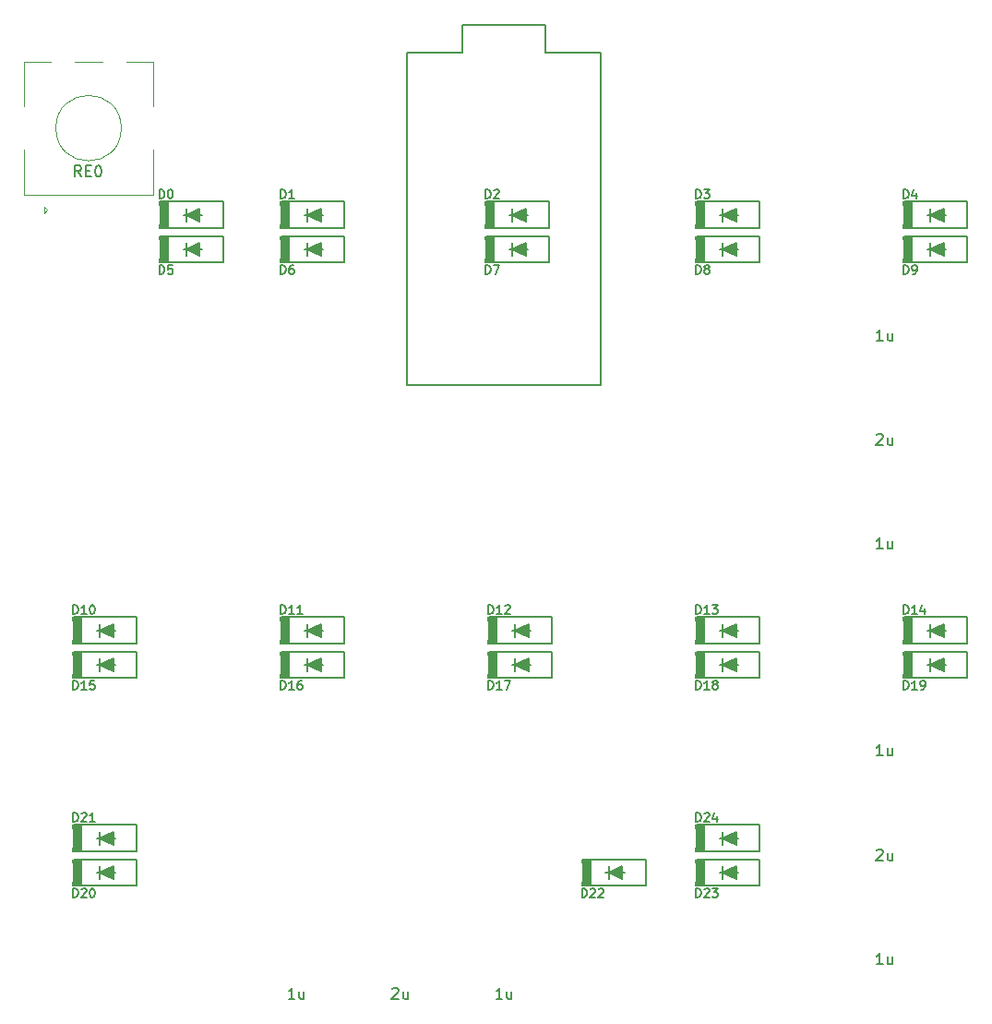
<source format=gto>
G04 #@! TF.GenerationSoftware,KiCad,Pcbnew,(5.1.4)-1*
G04 #@! TF.CreationDate,2021-11-11T00:11:54+01:00*
G04 #@! TF.ProjectId,mini-ten-key-plus,6d696e69-2d74-4656-9e2d-6b65792d706c,rev?*
G04 #@! TF.SameCoordinates,Original*
G04 #@! TF.FileFunction,Legend,Top*
G04 #@! TF.FilePolarity,Positive*
%FSLAX46Y46*%
G04 Gerber Fmt 4.6, Leading zero omitted, Abs format (unit mm)*
G04 Created by KiCad (PCBNEW (5.1.4)-1) date 2021-11-11 00:11:54*
%MOMM*%
%LPD*%
G04 APERTURE LIST*
%ADD10C,0.150000*%
%ADD11C,0.120000*%
%ADD12C,0.100000*%
%ADD13C,0.200000*%
%ADD14C,2.352000*%
%ADD15C,4.089800*%
%ADD16C,1.852000*%
%ADD17R,2.102000X2.102000*%
%ADD18C,2.102000*%
%ADD19C,3.302000*%
%ADD20C,1.702000*%
%ADD21R,1.702000X1.702000*%
%ADD22R,1.302000X1.302000*%
%ADD23C,4.502000*%
%ADD24C,3.150000*%
G04 APERTURE END LIST*
D10*
X270502083Y-117133630D02*
X269930654Y-117133630D01*
X270216369Y-117133630D02*
X270216369Y-116133630D01*
X270121130Y-116276488D01*
X270025892Y-116371726D01*
X269930654Y-116419345D01*
X271359226Y-116466964D02*
X271359226Y-117133630D01*
X270930654Y-116466964D02*
X270930654Y-116990773D01*
X270978273Y-117086011D01*
X271073511Y-117133630D01*
X271216369Y-117133630D01*
X271311607Y-117086011D01*
X271359226Y-117038392D01*
X269930654Y-106703869D02*
X269978273Y-106656250D01*
X270073511Y-106608630D01*
X270311607Y-106608630D01*
X270406845Y-106656250D01*
X270454464Y-106703869D01*
X270502083Y-106799107D01*
X270502083Y-106894345D01*
X270454464Y-107037202D01*
X269883035Y-107608630D01*
X270502083Y-107608630D01*
X271359226Y-106941964D02*
X271359226Y-107608630D01*
X270930654Y-106941964D02*
X270930654Y-107465773D01*
X270978273Y-107561011D01*
X271073511Y-107608630D01*
X271216369Y-107608630D01*
X271311607Y-107561011D01*
X271359226Y-107513392D01*
X270502083Y-98051880D02*
X269930654Y-98051880D01*
X270216369Y-98051880D02*
X270216369Y-97051880D01*
X270121130Y-97194738D01*
X270025892Y-97289976D01*
X269930654Y-97337595D01*
X271359226Y-97385214D02*
X271359226Y-98051880D01*
X270930654Y-97385214D02*
X270930654Y-97909023D01*
X270978273Y-98004261D01*
X271073511Y-98051880D01*
X271216369Y-98051880D01*
X271311607Y-98004261D01*
X271359226Y-97956642D01*
X270502083Y-136088380D02*
X269930654Y-136088380D01*
X270216369Y-136088380D02*
X270216369Y-135088380D01*
X270121130Y-135231238D01*
X270025892Y-135326476D01*
X269930654Y-135374095D01*
X271359226Y-135421714D02*
X271359226Y-136088380D01*
X270930654Y-135421714D02*
X270930654Y-135945523D01*
X270978273Y-136040761D01*
X271073511Y-136088380D01*
X271216369Y-136088380D01*
X271311607Y-136040761D01*
X271359226Y-135993142D01*
X269930654Y-144803869D02*
X269978273Y-144756250D01*
X270073511Y-144708630D01*
X270311607Y-144708630D01*
X270406845Y-144756250D01*
X270454464Y-144803869D01*
X270502083Y-144899107D01*
X270502083Y-144994345D01*
X270454464Y-145137202D01*
X269883035Y-145708630D01*
X270502083Y-145708630D01*
X271359226Y-145041964D02*
X271359226Y-145708630D01*
X270930654Y-145041964D02*
X270930654Y-145565773D01*
X270978273Y-145661011D01*
X271073511Y-145708630D01*
X271216369Y-145708630D01*
X271311607Y-145661011D01*
X271359226Y-145613392D01*
X270502083Y-155233630D02*
X269930654Y-155233630D01*
X270216369Y-155233630D02*
X270216369Y-154233630D01*
X270121130Y-154376488D01*
X270025892Y-154471726D01*
X269930654Y-154519345D01*
X271359226Y-154566964D02*
X271359226Y-155233630D01*
X270930654Y-154566964D02*
X270930654Y-155090773D01*
X270978273Y-155186011D01*
X271073511Y-155233630D01*
X271216369Y-155233630D01*
X271311607Y-155186011D01*
X271359226Y-155138392D01*
X225480654Y-157503869D02*
X225528273Y-157456250D01*
X225623511Y-157408630D01*
X225861607Y-157408630D01*
X225956845Y-157456250D01*
X226004464Y-157503869D01*
X226052083Y-157599107D01*
X226052083Y-157694345D01*
X226004464Y-157837202D01*
X225433035Y-158408630D01*
X226052083Y-158408630D01*
X226909226Y-157741964D02*
X226909226Y-158408630D01*
X226480654Y-157741964D02*
X226480654Y-158265773D01*
X226528273Y-158361011D01*
X226623511Y-158408630D01*
X226766369Y-158408630D01*
X226861607Y-158361011D01*
X226909226Y-158313392D01*
X235577083Y-158408630D02*
X235005654Y-158408630D01*
X235291369Y-158408630D02*
X235291369Y-157408630D01*
X235196130Y-157551488D01*
X235100892Y-157646726D01*
X235005654Y-157694345D01*
X236434226Y-157741964D02*
X236434226Y-158408630D01*
X236005654Y-157741964D02*
X236005654Y-158265773D01*
X236053273Y-158361011D01*
X236148511Y-158408630D01*
X236291369Y-158408630D01*
X236386607Y-158361011D01*
X236434226Y-158313392D01*
X216527083Y-158408630D02*
X215955654Y-158408630D01*
X216241369Y-158408630D02*
X216241369Y-157408630D01*
X216146130Y-157551488D01*
X216050892Y-157646726D01*
X215955654Y-157694345D01*
X217384226Y-157741964D02*
X217384226Y-158408630D01*
X216955654Y-157741964D02*
X216955654Y-158265773D01*
X217003273Y-158361011D01*
X217098511Y-158408630D01*
X217241369Y-158408630D01*
X217336607Y-158361011D01*
X217384226Y-158313392D01*
D11*
X200624000Y-78577200D02*
G75*
G03X200624000Y-78577200I-3000000J0D01*
G01*
X191724000Y-76577200D02*
X191724000Y-72477200D01*
X203524000Y-72477200D02*
X203524000Y-76577200D01*
X203524000Y-80577200D02*
X203524000Y-84677200D01*
X191724000Y-80577200D02*
X191724000Y-84677200D01*
X191724000Y-84677200D02*
X203524000Y-84677200D01*
X193824000Y-86077200D02*
X193524000Y-86377200D01*
X193524000Y-86377200D02*
X193524000Y-85777200D01*
X193524000Y-85777200D02*
X193824000Y-86077200D01*
X191724000Y-72477200D02*
X194124000Y-72477200D01*
X196324000Y-72477200D02*
X198924000Y-72477200D01*
X201124000Y-72477200D02*
X203524000Y-72477200D01*
D12*
G36*
X199881250Y-146243750D02*
G01*
X198631250Y-146843750D01*
X199881250Y-147443750D01*
X199881250Y-146243750D01*
G37*
X199881250Y-146243750D02*
X198631250Y-146843750D01*
X199881250Y-147443750D01*
X199881250Y-146243750D01*
D13*
X199891650Y-146843750D02*
X200094850Y-146843750D01*
X198367650Y-146843750D02*
X198647050Y-146843750D01*
X198631250Y-147443750D02*
X198631250Y-146243750D01*
X198631250Y-146843750D02*
X199881250Y-146243750D01*
X199881250Y-147443750D02*
X198631250Y-146843750D01*
X199881250Y-146243750D02*
X199881250Y-147443750D01*
X202031250Y-148043750D02*
X196231250Y-148043750D01*
X202031250Y-145643750D02*
X202031250Y-148043750D01*
X196231250Y-145643750D02*
X202031250Y-145643750D01*
X196306250Y-145643750D02*
X196306250Y-148043750D01*
X196431250Y-145643750D02*
X196431250Y-148043750D01*
X196206250Y-148043750D02*
X196206250Y-145643750D01*
X196606250Y-145643750D02*
X196606250Y-148043750D01*
X196781250Y-145643750D02*
X196781250Y-148043750D01*
X196956250Y-145643750D02*
X196956250Y-148043750D01*
D12*
G36*
X246585500Y-146243750D02*
G01*
X245335500Y-146843750D01*
X246585500Y-147443750D01*
X246585500Y-146243750D01*
G37*
X246585500Y-146243750D02*
X245335500Y-146843750D01*
X246585500Y-147443750D01*
X246585500Y-146243750D01*
D13*
X246595900Y-146843750D02*
X246799100Y-146843750D01*
X245071900Y-146843750D02*
X245351300Y-146843750D01*
X245335500Y-147443750D02*
X245335500Y-146243750D01*
X245335500Y-146843750D02*
X246585500Y-146243750D01*
X246585500Y-147443750D02*
X245335500Y-146843750D01*
X246585500Y-146243750D02*
X246585500Y-147443750D01*
X248735500Y-148043750D02*
X242935500Y-148043750D01*
X248735500Y-145643750D02*
X248735500Y-148043750D01*
X242935500Y-145643750D02*
X248735500Y-145643750D01*
X243010500Y-145643750D02*
X243010500Y-148043750D01*
X243135500Y-145643750D02*
X243135500Y-148043750D01*
X242910500Y-148043750D02*
X242910500Y-145643750D01*
X243310500Y-145643750D02*
X243310500Y-148043750D01*
X243485500Y-145643750D02*
X243485500Y-148043750D01*
X243660500Y-145643750D02*
X243660500Y-148043750D01*
D12*
G36*
X257031250Y-146243750D02*
G01*
X255781250Y-146843750D01*
X257031250Y-147443750D01*
X257031250Y-146243750D01*
G37*
X257031250Y-146243750D02*
X255781250Y-146843750D01*
X257031250Y-147443750D01*
X257031250Y-146243750D01*
D13*
X257041650Y-146843750D02*
X257244850Y-146843750D01*
X255517650Y-146843750D02*
X255797050Y-146843750D01*
X255781250Y-147443750D02*
X255781250Y-146243750D01*
X255781250Y-146843750D02*
X257031250Y-146243750D01*
X257031250Y-147443750D02*
X255781250Y-146843750D01*
X257031250Y-146243750D02*
X257031250Y-147443750D01*
X259181250Y-148043750D02*
X253381250Y-148043750D01*
X259181250Y-145643750D02*
X259181250Y-148043750D01*
X253381250Y-145643750D02*
X259181250Y-145643750D01*
X253456250Y-145643750D02*
X253456250Y-148043750D01*
X253581250Y-145643750D02*
X253581250Y-148043750D01*
X253356250Y-148043750D02*
X253356250Y-145643750D01*
X253756250Y-145643750D02*
X253756250Y-148043750D01*
X253931250Y-145643750D02*
X253931250Y-148043750D01*
X254106250Y-145643750D02*
X254106250Y-148043750D01*
D12*
G36*
X199881250Y-143068750D02*
G01*
X198631250Y-143668750D01*
X199881250Y-144268750D01*
X199881250Y-143068750D01*
G37*
X199881250Y-143068750D02*
X198631250Y-143668750D01*
X199881250Y-144268750D01*
X199881250Y-143068750D01*
D13*
X199891650Y-143668750D02*
X200094850Y-143668750D01*
X198367650Y-143668750D02*
X198647050Y-143668750D01*
X198631250Y-144268750D02*
X198631250Y-143068750D01*
X198631250Y-143668750D02*
X199881250Y-143068750D01*
X199881250Y-144268750D02*
X198631250Y-143668750D01*
X199881250Y-143068750D02*
X199881250Y-144268750D01*
X202031250Y-144868750D02*
X196231250Y-144868750D01*
X202031250Y-142468750D02*
X202031250Y-144868750D01*
X196231250Y-142468750D02*
X202031250Y-142468750D01*
X196306250Y-142468750D02*
X196306250Y-144868750D01*
X196431250Y-142468750D02*
X196431250Y-144868750D01*
X196206250Y-144868750D02*
X196206250Y-142468750D01*
X196606250Y-142468750D02*
X196606250Y-144868750D01*
X196781250Y-142468750D02*
X196781250Y-144868750D01*
X196956250Y-142468750D02*
X196956250Y-144868750D01*
D12*
G36*
X276081250Y-127193750D02*
G01*
X274831250Y-127793750D01*
X276081250Y-128393750D01*
X276081250Y-127193750D01*
G37*
X276081250Y-127193750D02*
X274831250Y-127793750D01*
X276081250Y-128393750D01*
X276081250Y-127193750D01*
D13*
X276091650Y-127793750D02*
X276294850Y-127793750D01*
X274567650Y-127793750D02*
X274847050Y-127793750D01*
X274831250Y-128393750D02*
X274831250Y-127193750D01*
X274831250Y-127793750D02*
X276081250Y-127193750D01*
X276081250Y-128393750D02*
X274831250Y-127793750D01*
X276081250Y-127193750D02*
X276081250Y-128393750D01*
X278231250Y-128993750D02*
X272431250Y-128993750D01*
X278231250Y-126593750D02*
X278231250Y-128993750D01*
X272431250Y-126593750D02*
X278231250Y-126593750D01*
X272506250Y-126593750D02*
X272506250Y-128993750D01*
X272631250Y-126593750D02*
X272631250Y-128993750D01*
X272406250Y-128993750D02*
X272406250Y-126593750D01*
X272806250Y-126593750D02*
X272806250Y-128993750D01*
X272981250Y-126593750D02*
X272981250Y-128993750D01*
X273156250Y-126593750D02*
X273156250Y-128993750D01*
D12*
G36*
X257031250Y-127193750D02*
G01*
X255781250Y-127793750D01*
X257031250Y-128393750D01*
X257031250Y-127193750D01*
G37*
X257031250Y-127193750D02*
X255781250Y-127793750D01*
X257031250Y-128393750D01*
X257031250Y-127193750D01*
D13*
X257041650Y-127793750D02*
X257244850Y-127793750D01*
X255517650Y-127793750D02*
X255797050Y-127793750D01*
X255781250Y-128393750D02*
X255781250Y-127193750D01*
X255781250Y-127793750D02*
X257031250Y-127193750D01*
X257031250Y-128393750D02*
X255781250Y-127793750D01*
X257031250Y-127193750D02*
X257031250Y-128393750D01*
X259181250Y-128993750D02*
X253381250Y-128993750D01*
X259181250Y-126593750D02*
X259181250Y-128993750D01*
X253381250Y-126593750D02*
X259181250Y-126593750D01*
X253456250Y-126593750D02*
X253456250Y-128993750D01*
X253581250Y-126593750D02*
X253581250Y-128993750D01*
X253356250Y-128993750D02*
X253356250Y-126593750D01*
X253756250Y-126593750D02*
X253756250Y-128993750D01*
X253931250Y-126593750D02*
X253931250Y-128993750D01*
X254106250Y-126593750D02*
X254106250Y-128993750D01*
D12*
G36*
X237981250Y-127193750D02*
G01*
X236731250Y-127793750D01*
X237981250Y-128393750D01*
X237981250Y-127193750D01*
G37*
X237981250Y-127193750D02*
X236731250Y-127793750D01*
X237981250Y-128393750D01*
X237981250Y-127193750D01*
D13*
X237991650Y-127793750D02*
X238194850Y-127793750D01*
X236467650Y-127793750D02*
X236747050Y-127793750D01*
X236731250Y-128393750D02*
X236731250Y-127193750D01*
X236731250Y-127793750D02*
X237981250Y-127193750D01*
X237981250Y-128393750D02*
X236731250Y-127793750D01*
X237981250Y-127193750D02*
X237981250Y-128393750D01*
X240131250Y-128993750D02*
X234331250Y-128993750D01*
X240131250Y-126593750D02*
X240131250Y-128993750D01*
X234331250Y-126593750D02*
X240131250Y-126593750D01*
X234406250Y-126593750D02*
X234406250Y-128993750D01*
X234531250Y-126593750D02*
X234531250Y-128993750D01*
X234306250Y-128993750D02*
X234306250Y-126593750D01*
X234706250Y-126593750D02*
X234706250Y-128993750D01*
X234881250Y-126593750D02*
X234881250Y-128993750D01*
X235056250Y-126593750D02*
X235056250Y-128993750D01*
D12*
G36*
X218931250Y-127193750D02*
G01*
X217681250Y-127793750D01*
X218931250Y-128393750D01*
X218931250Y-127193750D01*
G37*
X218931250Y-127193750D02*
X217681250Y-127793750D01*
X218931250Y-128393750D01*
X218931250Y-127193750D01*
D13*
X218941650Y-127793750D02*
X219144850Y-127793750D01*
X217417650Y-127793750D02*
X217697050Y-127793750D01*
X217681250Y-128393750D02*
X217681250Y-127193750D01*
X217681250Y-127793750D02*
X218931250Y-127193750D01*
X218931250Y-128393750D02*
X217681250Y-127793750D01*
X218931250Y-127193750D02*
X218931250Y-128393750D01*
X221081250Y-128993750D02*
X215281250Y-128993750D01*
X221081250Y-126593750D02*
X221081250Y-128993750D01*
X215281250Y-126593750D02*
X221081250Y-126593750D01*
X215356250Y-126593750D02*
X215356250Y-128993750D01*
X215481250Y-126593750D02*
X215481250Y-128993750D01*
X215256250Y-128993750D02*
X215256250Y-126593750D01*
X215656250Y-126593750D02*
X215656250Y-128993750D01*
X215831250Y-126593750D02*
X215831250Y-128993750D01*
X216006250Y-126593750D02*
X216006250Y-128993750D01*
D12*
G36*
X199881250Y-127193750D02*
G01*
X198631250Y-127793750D01*
X199881250Y-128393750D01*
X199881250Y-127193750D01*
G37*
X199881250Y-127193750D02*
X198631250Y-127793750D01*
X199881250Y-128393750D01*
X199881250Y-127193750D01*
D13*
X199891650Y-127793750D02*
X200094850Y-127793750D01*
X198367650Y-127793750D02*
X198647050Y-127793750D01*
X198631250Y-128393750D02*
X198631250Y-127193750D01*
X198631250Y-127793750D02*
X199881250Y-127193750D01*
X199881250Y-128393750D02*
X198631250Y-127793750D01*
X199881250Y-127193750D02*
X199881250Y-128393750D01*
X202031250Y-128993750D02*
X196231250Y-128993750D01*
X202031250Y-126593750D02*
X202031250Y-128993750D01*
X196231250Y-126593750D02*
X202031250Y-126593750D01*
X196306250Y-126593750D02*
X196306250Y-128993750D01*
X196431250Y-126593750D02*
X196431250Y-128993750D01*
X196206250Y-128993750D02*
X196206250Y-126593750D01*
X196606250Y-126593750D02*
X196606250Y-128993750D01*
X196781250Y-126593750D02*
X196781250Y-128993750D01*
X196956250Y-126593750D02*
X196956250Y-128993750D01*
D12*
G36*
X207818750Y-89093750D02*
G01*
X206568750Y-89693750D01*
X207818750Y-90293750D01*
X207818750Y-89093750D01*
G37*
X207818750Y-89093750D02*
X206568750Y-89693750D01*
X207818750Y-90293750D01*
X207818750Y-89093750D01*
D13*
X207829150Y-89693750D02*
X208032350Y-89693750D01*
X206305150Y-89693750D02*
X206584550Y-89693750D01*
X206568750Y-90293750D02*
X206568750Y-89093750D01*
X206568750Y-89693750D02*
X207818750Y-89093750D01*
X207818750Y-90293750D02*
X206568750Y-89693750D01*
X207818750Y-89093750D02*
X207818750Y-90293750D01*
X209968750Y-90893750D02*
X204168750Y-90893750D01*
X209968750Y-88493750D02*
X209968750Y-90893750D01*
X204168750Y-88493750D02*
X209968750Y-88493750D01*
X204243750Y-88493750D02*
X204243750Y-90893750D01*
X204368750Y-88493750D02*
X204368750Y-90893750D01*
X204143750Y-90893750D02*
X204143750Y-88493750D01*
X204543750Y-88493750D02*
X204543750Y-90893750D01*
X204718750Y-88493750D02*
X204718750Y-90893750D01*
X204893750Y-88493750D02*
X204893750Y-90893750D01*
D12*
G36*
X218931250Y-89093750D02*
G01*
X217681250Y-89693750D01*
X218931250Y-90293750D01*
X218931250Y-89093750D01*
G37*
X218931250Y-89093750D02*
X217681250Y-89693750D01*
X218931250Y-90293750D01*
X218931250Y-89093750D01*
D13*
X218941650Y-89693750D02*
X219144850Y-89693750D01*
X217417650Y-89693750D02*
X217697050Y-89693750D01*
X217681250Y-90293750D02*
X217681250Y-89093750D01*
X217681250Y-89693750D02*
X218931250Y-89093750D01*
X218931250Y-90293750D02*
X217681250Y-89693750D01*
X218931250Y-89093750D02*
X218931250Y-90293750D01*
X221081250Y-90893750D02*
X215281250Y-90893750D01*
X221081250Y-88493750D02*
X221081250Y-90893750D01*
X215281250Y-88493750D02*
X221081250Y-88493750D01*
X215356250Y-88493750D02*
X215356250Y-90893750D01*
X215481250Y-88493750D02*
X215481250Y-90893750D01*
X215256250Y-90893750D02*
X215256250Y-88493750D01*
X215656250Y-88493750D02*
X215656250Y-90893750D01*
X215831250Y-88493750D02*
X215831250Y-90893750D01*
X216006250Y-88493750D02*
X216006250Y-90893750D01*
D12*
G36*
X237727250Y-89093750D02*
G01*
X236477250Y-89693750D01*
X237727250Y-90293750D01*
X237727250Y-89093750D01*
G37*
X237727250Y-89093750D02*
X236477250Y-89693750D01*
X237727250Y-90293750D01*
X237727250Y-89093750D01*
D13*
X237737650Y-89693750D02*
X237940850Y-89693750D01*
X236213650Y-89693750D02*
X236493050Y-89693750D01*
X236477250Y-90293750D02*
X236477250Y-89093750D01*
X236477250Y-89693750D02*
X237727250Y-89093750D01*
X237727250Y-90293750D02*
X236477250Y-89693750D01*
X237727250Y-89093750D02*
X237727250Y-90293750D01*
X239877250Y-90893750D02*
X234077250Y-90893750D01*
X239877250Y-88493750D02*
X239877250Y-90893750D01*
X234077250Y-88493750D02*
X239877250Y-88493750D01*
X234152250Y-88493750D02*
X234152250Y-90893750D01*
X234277250Y-88493750D02*
X234277250Y-90893750D01*
X234052250Y-90893750D02*
X234052250Y-88493750D01*
X234452250Y-88493750D02*
X234452250Y-90893750D01*
X234627250Y-88493750D02*
X234627250Y-90893750D01*
X234802250Y-88493750D02*
X234802250Y-90893750D01*
D12*
G36*
X257031250Y-89093750D02*
G01*
X255781250Y-89693750D01*
X257031250Y-90293750D01*
X257031250Y-89093750D01*
G37*
X257031250Y-89093750D02*
X255781250Y-89693750D01*
X257031250Y-90293750D01*
X257031250Y-89093750D01*
D13*
X257041650Y-89693750D02*
X257244850Y-89693750D01*
X255517650Y-89693750D02*
X255797050Y-89693750D01*
X255781250Y-90293750D02*
X255781250Y-89093750D01*
X255781250Y-89693750D02*
X257031250Y-89093750D01*
X257031250Y-90293750D02*
X255781250Y-89693750D01*
X257031250Y-89093750D02*
X257031250Y-90293750D01*
X259181250Y-90893750D02*
X253381250Y-90893750D01*
X259181250Y-88493750D02*
X259181250Y-90893750D01*
X253381250Y-88493750D02*
X259181250Y-88493750D01*
X253456250Y-88493750D02*
X253456250Y-90893750D01*
X253581250Y-88493750D02*
X253581250Y-90893750D01*
X253356250Y-90893750D02*
X253356250Y-88493750D01*
X253756250Y-88493750D02*
X253756250Y-90893750D01*
X253931250Y-88493750D02*
X253931250Y-90893750D01*
X254106250Y-88493750D02*
X254106250Y-90893750D01*
D12*
G36*
X276081250Y-89093750D02*
G01*
X274831250Y-89693750D01*
X276081250Y-90293750D01*
X276081250Y-89093750D01*
G37*
X276081250Y-89093750D02*
X274831250Y-89693750D01*
X276081250Y-90293750D01*
X276081250Y-89093750D01*
D13*
X276091650Y-89693750D02*
X276294850Y-89693750D01*
X274567650Y-89693750D02*
X274847050Y-89693750D01*
X274831250Y-90293750D02*
X274831250Y-89093750D01*
X274831250Y-89693750D02*
X276081250Y-89093750D01*
X276081250Y-90293750D02*
X274831250Y-89693750D01*
X276081250Y-89093750D02*
X276081250Y-90293750D01*
X278231250Y-90893750D02*
X272431250Y-90893750D01*
X278231250Y-88493750D02*
X278231250Y-90893750D01*
X272431250Y-88493750D02*
X278231250Y-88493750D01*
X272506250Y-88493750D02*
X272506250Y-90893750D01*
X272631250Y-88493750D02*
X272631250Y-90893750D01*
X272406250Y-90893750D02*
X272406250Y-88493750D01*
X272806250Y-88493750D02*
X272806250Y-90893750D01*
X272981250Y-88493750D02*
X272981250Y-90893750D01*
X273156250Y-88493750D02*
X273156250Y-90893750D01*
D12*
G36*
X218931250Y-85918750D02*
G01*
X217681250Y-86518750D01*
X218931250Y-87118750D01*
X218931250Y-85918750D01*
G37*
X218931250Y-85918750D02*
X217681250Y-86518750D01*
X218931250Y-87118750D01*
X218931250Y-85918750D01*
D13*
X218941650Y-86518750D02*
X219144850Y-86518750D01*
X217417650Y-86518750D02*
X217697050Y-86518750D01*
X217681250Y-87118750D02*
X217681250Y-85918750D01*
X217681250Y-86518750D02*
X218931250Y-85918750D01*
X218931250Y-87118750D02*
X217681250Y-86518750D01*
X218931250Y-85918750D02*
X218931250Y-87118750D01*
X221081250Y-87718750D02*
X215281250Y-87718750D01*
X221081250Y-85318750D02*
X221081250Y-87718750D01*
X215281250Y-85318750D02*
X221081250Y-85318750D01*
X215356250Y-85318750D02*
X215356250Y-87718750D01*
X215481250Y-85318750D02*
X215481250Y-87718750D01*
X215256250Y-87718750D02*
X215256250Y-85318750D01*
X215656250Y-85318750D02*
X215656250Y-87718750D01*
X215831250Y-85318750D02*
X215831250Y-87718750D01*
X216006250Y-85318750D02*
X216006250Y-87718750D01*
D12*
G36*
X207818750Y-85918750D02*
G01*
X206568750Y-86518750D01*
X207818750Y-87118750D01*
X207818750Y-85918750D01*
G37*
X207818750Y-85918750D02*
X206568750Y-86518750D01*
X207818750Y-87118750D01*
X207818750Y-85918750D01*
D13*
X207829150Y-86518750D02*
X208032350Y-86518750D01*
X206305150Y-86518750D02*
X206584550Y-86518750D01*
X206568750Y-87118750D02*
X206568750Y-85918750D01*
X206568750Y-86518750D02*
X207818750Y-85918750D01*
X207818750Y-87118750D02*
X206568750Y-86518750D01*
X207818750Y-85918750D02*
X207818750Y-87118750D01*
X209968750Y-87718750D02*
X204168750Y-87718750D01*
X209968750Y-85318750D02*
X209968750Y-87718750D01*
X204168750Y-85318750D02*
X209968750Y-85318750D01*
X204243750Y-85318750D02*
X204243750Y-87718750D01*
X204368750Y-85318750D02*
X204368750Y-87718750D01*
X204143750Y-87718750D02*
X204143750Y-85318750D01*
X204543750Y-85318750D02*
X204543750Y-87718750D01*
X204718750Y-85318750D02*
X204718750Y-87718750D01*
X204893750Y-85318750D02*
X204893750Y-87718750D01*
D12*
G36*
X199881250Y-124018750D02*
G01*
X198631250Y-124618750D01*
X199881250Y-125218750D01*
X199881250Y-124018750D01*
G37*
X199881250Y-124018750D02*
X198631250Y-124618750D01*
X199881250Y-125218750D01*
X199881250Y-124018750D01*
D13*
X199891650Y-124618750D02*
X200094850Y-124618750D01*
X198367650Y-124618750D02*
X198647050Y-124618750D01*
X198631250Y-125218750D02*
X198631250Y-124018750D01*
X198631250Y-124618750D02*
X199881250Y-124018750D01*
X199881250Y-125218750D02*
X198631250Y-124618750D01*
X199881250Y-124018750D02*
X199881250Y-125218750D01*
X202031250Y-125818750D02*
X196231250Y-125818750D01*
X202031250Y-123418750D02*
X202031250Y-125818750D01*
X196231250Y-123418750D02*
X202031250Y-123418750D01*
X196306250Y-123418750D02*
X196306250Y-125818750D01*
X196431250Y-123418750D02*
X196431250Y-125818750D01*
X196206250Y-125818750D02*
X196206250Y-123418750D01*
X196606250Y-123418750D02*
X196606250Y-125818750D01*
X196781250Y-123418750D02*
X196781250Y-125818750D01*
X196956250Y-123418750D02*
X196956250Y-125818750D01*
D12*
G36*
X257031250Y-143068750D02*
G01*
X255781250Y-143668750D01*
X257031250Y-144268750D01*
X257031250Y-143068750D01*
G37*
X257031250Y-143068750D02*
X255781250Y-143668750D01*
X257031250Y-144268750D01*
X257031250Y-143068750D01*
D13*
X257041650Y-143668750D02*
X257244850Y-143668750D01*
X255517650Y-143668750D02*
X255797050Y-143668750D01*
X255781250Y-144268750D02*
X255781250Y-143068750D01*
X255781250Y-143668750D02*
X257031250Y-143068750D01*
X257031250Y-144268750D02*
X255781250Y-143668750D01*
X257031250Y-143068750D02*
X257031250Y-144268750D01*
X259181250Y-144868750D02*
X253381250Y-144868750D01*
X259181250Y-142468750D02*
X259181250Y-144868750D01*
X253381250Y-142468750D02*
X259181250Y-142468750D01*
X253456250Y-142468750D02*
X253456250Y-144868750D01*
X253581250Y-142468750D02*
X253581250Y-144868750D01*
X253356250Y-144868750D02*
X253356250Y-142468750D01*
X253756250Y-142468750D02*
X253756250Y-144868750D01*
X253931250Y-142468750D02*
X253931250Y-144868750D01*
X254106250Y-142468750D02*
X254106250Y-144868750D01*
D12*
G36*
X218931250Y-124018750D02*
G01*
X217681250Y-124618750D01*
X218931250Y-125218750D01*
X218931250Y-124018750D01*
G37*
X218931250Y-124018750D02*
X217681250Y-124618750D01*
X218931250Y-125218750D01*
X218931250Y-124018750D01*
D13*
X218941650Y-124618750D02*
X219144850Y-124618750D01*
X217417650Y-124618750D02*
X217697050Y-124618750D01*
X217681250Y-125218750D02*
X217681250Y-124018750D01*
X217681250Y-124618750D02*
X218931250Y-124018750D01*
X218931250Y-125218750D02*
X217681250Y-124618750D01*
X218931250Y-124018750D02*
X218931250Y-125218750D01*
X221081250Y-125818750D02*
X215281250Y-125818750D01*
X221081250Y-123418750D02*
X221081250Y-125818750D01*
X215281250Y-123418750D02*
X221081250Y-123418750D01*
X215356250Y-123418750D02*
X215356250Y-125818750D01*
X215481250Y-123418750D02*
X215481250Y-125818750D01*
X215256250Y-125818750D02*
X215256250Y-123418750D01*
X215656250Y-123418750D02*
X215656250Y-125818750D01*
X215831250Y-123418750D02*
X215831250Y-125818750D01*
X216006250Y-123418750D02*
X216006250Y-125818750D01*
D12*
G36*
X237981250Y-124018750D02*
G01*
X236731250Y-124618750D01*
X237981250Y-125218750D01*
X237981250Y-124018750D01*
G37*
X237981250Y-124018750D02*
X236731250Y-124618750D01*
X237981250Y-125218750D01*
X237981250Y-124018750D01*
D13*
X237991650Y-124618750D02*
X238194850Y-124618750D01*
X236467650Y-124618750D02*
X236747050Y-124618750D01*
X236731250Y-125218750D02*
X236731250Y-124018750D01*
X236731250Y-124618750D02*
X237981250Y-124018750D01*
X237981250Y-125218750D02*
X236731250Y-124618750D01*
X237981250Y-124018750D02*
X237981250Y-125218750D01*
X240131250Y-125818750D02*
X234331250Y-125818750D01*
X240131250Y-123418750D02*
X240131250Y-125818750D01*
X234331250Y-123418750D02*
X240131250Y-123418750D01*
X234406250Y-123418750D02*
X234406250Y-125818750D01*
X234531250Y-123418750D02*
X234531250Y-125818750D01*
X234306250Y-125818750D02*
X234306250Y-123418750D01*
X234706250Y-123418750D02*
X234706250Y-125818750D01*
X234881250Y-123418750D02*
X234881250Y-125818750D01*
X235056250Y-123418750D02*
X235056250Y-125818750D01*
D12*
G36*
X257031250Y-124018750D02*
G01*
X255781250Y-124618750D01*
X257031250Y-125218750D01*
X257031250Y-124018750D01*
G37*
X257031250Y-124018750D02*
X255781250Y-124618750D01*
X257031250Y-125218750D01*
X257031250Y-124018750D01*
D13*
X257041650Y-124618750D02*
X257244850Y-124618750D01*
X255517650Y-124618750D02*
X255797050Y-124618750D01*
X255781250Y-125218750D02*
X255781250Y-124018750D01*
X255781250Y-124618750D02*
X257031250Y-124018750D01*
X257031250Y-125218750D02*
X255781250Y-124618750D01*
X257031250Y-124018750D02*
X257031250Y-125218750D01*
X259181250Y-125818750D02*
X253381250Y-125818750D01*
X259181250Y-123418750D02*
X259181250Y-125818750D01*
X253381250Y-123418750D02*
X259181250Y-123418750D01*
X253456250Y-123418750D02*
X253456250Y-125818750D01*
X253581250Y-123418750D02*
X253581250Y-125818750D01*
X253356250Y-125818750D02*
X253356250Y-123418750D01*
X253756250Y-123418750D02*
X253756250Y-125818750D01*
X253931250Y-123418750D02*
X253931250Y-125818750D01*
X254106250Y-123418750D02*
X254106250Y-125818750D01*
D12*
G36*
X276081250Y-124018750D02*
G01*
X274831250Y-124618750D01*
X276081250Y-125218750D01*
X276081250Y-124018750D01*
G37*
X276081250Y-124018750D02*
X274831250Y-124618750D01*
X276081250Y-125218750D01*
X276081250Y-124018750D01*
D13*
X276091650Y-124618750D02*
X276294850Y-124618750D01*
X274567650Y-124618750D02*
X274847050Y-124618750D01*
X274831250Y-125218750D02*
X274831250Y-124018750D01*
X274831250Y-124618750D02*
X276081250Y-124018750D01*
X276081250Y-125218750D02*
X274831250Y-124618750D01*
X276081250Y-124018750D02*
X276081250Y-125218750D01*
X278231250Y-125818750D02*
X272431250Y-125818750D01*
X278231250Y-123418750D02*
X278231250Y-125818750D01*
X272431250Y-123418750D02*
X278231250Y-123418750D01*
X272506250Y-123418750D02*
X272506250Y-125818750D01*
X272631250Y-123418750D02*
X272631250Y-125818750D01*
X272406250Y-125818750D02*
X272406250Y-123418750D01*
X272806250Y-123418750D02*
X272806250Y-125818750D01*
X272981250Y-123418750D02*
X272981250Y-125818750D01*
X273156250Y-123418750D02*
X273156250Y-125818750D01*
D12*
G36*
X276081250Y-85918750D02*
G01*
X274831250Y-86518750D01*
X276081250Y-87118750D01*
X276081250Y-85918750D01*
G37*
X276081250Y-85918750D02*
X274831250Y-86518750D01*
X276081250Y-87118750D01*
X276081250Y-85918750D01*
D13*
X276091650Y-86518750D02*
X276294850Y-86518750D01*
X274567650Y-86518750D02*
X274847050Y-86518750D01*
X274831250Y-87118750D02*
X274831250Y-85918750D01*
X274831250Y-86518750D02*
X276081250Y-85918750D01*
X276081250Y-87118750D02*
X274831250Y-86518750D01*
X276081250Y-85918750D02*
X276081250Y-87118750D01*
X278231250Y-87718750D02*
X272431250Y-87718750D01*
X278231250Y-85318750D02*
X278231250Y-87718750D01*
X272431250Y-85318750D02*
X278231250Y-85318750D01*
X272506250Y-85318750D02*
X272506250Y-87718750D01*
X272631250Y-85318750D02*
X272631250Y-87718750D01*
X272406250Y-87718750D02*
X272406250Y-85318750D01*
X272806250Y-85318750D02*
X272806250Y-87718750D01*
X272981250Y-85318750D02*
X272981250Y-87718750D01*
X273156250Y-85318750D02*
X273156250Y-87718750D01*
D12*
G36*
X257031250Y-85918750D02*
G01*
X255781250Y-86518750D01*
X257031250Y-87118750D01*
X257031250Y-85918750D01*
G37*
X257031250Y-85918750D02*
X255781250Y-86518750D01*
X257031250Y-87118750D01*
X257031250Y-85918750D01*
D13*
X257041650Y-86518750D02*
X257244850Y-86518750D01*
X255517650Y-86518750D02*
X255797050Y-86518750D01*
X255781250Y-87118750D02*
X255781250Y-85918750D01*
X255781250Y-86518750D02*
X257031250Y-85918750D01*
X257031250Y-87118750D02*
X255781250Y-86518750D01*
X257031250Y-85918750D02*
X257031250Y-87118750D01*
X259181250Y-87718750D02*
X253381250Y-87718750D01*
X259181250Y-85318750D02*
X259181250Y-87718750D01*
X253381250Y-85318750D02*
X259181250Y-85318750D01*
X253456250Y-85318750D02*
X253456250Y-87718750D01*
X253581250Y-85318750D02*
X253581250Y-87718750D01*
X253356250Y-87718750D02*
X253356250Y-85318750D01*
X253756250Y-85318750D02*
X253756250Y-87718750D01*
X253931250Y-85318750D02*
X253931250Y-87718750D01*
X254106250Y-85318750D02*
X254106250Y-87718750D01*
D12*
G36*
X237727250Y-85918750D02*
G01*
X236477250Y-86518750D01*
X237727250Y-87118750D01*
X237727250Y-85918750D01*
G37*
X237727250Y-85918750D02*
X236477250Y-86518750D01*
X237727250Y-87118750D01*
X237727250Y-85918750D01*
D13*
X237737650Y-86518750D02*
X237940850Y-86518750D01*
X236213650Y-86518750D02*
X236493050Y-86518750D01*
X236477250Y-87118750D02*
X236477250Y-85918750D01*
X236477250Y-86518750D02*
X237727250Y-85918750D01*
X237727250Y-87118750D02*
X236477250Y-86518750D01*
X237727250Y-85918750D02*
X237727250Y-87118750D01*
X239877250Y-87718750D02*
X234077250Y-87718750D01*
X239877250Y-85318750D02*
X239877250Y-87718750D01*
X234077250Y-85318750D02*
X239877250Y-85318750D01*
X234152250Y-85318750D02*
X234152250Y-87718750D01*
X234277250Y-85318750D02*
X234277250Y-87718750D01*
X234052250Y-87718750D02*
X234052250Y-85318750D01*
X234452250Y-85318750D02*
X234452250Y-87718750D01*
X234627250Y-85318750D02*
X234627250Y-87718750D01*
X234802250Y-85318750D02*
X234802250Y-87718750D01*
D10*
X226872800Y-71628000D02*
X226872800Y-102108000D01*
X231952800Y-71628000D02*
X226872800Y-71628000D01*
X231952800Y-69088000D02*
X231952800Y-71628000D01*
X239572800Y-69088000D02*
X231952800Y-69088000D01*
X239572800Y-71628000D02*
X239572800Y-69088000D01*
X244652800Y-71628000D02*
X239572800Y-71628000D01*
X244652800Y-102108000D02*
X244652800Y-71628000D01*
X226872800Y-102108000D02*
X244652800Y-102108000D01*
X196949702Y-83002380D02*
X196616369Y-82526190D01*
X196378273Y-83002380D02*
X196378273Y-82002380D01*
X196759226Y-82002380D01*
X196854464Y-82050000D01*
X196902083Y-82097619D01*
X196949702Y-82192857D01*
X196949702Y-82335714D01*
X196902083Y-82430952D01*
X196854464Y-82478571D01*
X196759226Y-82526190D01*
X196378273Y-82526190D01*
X197378273Y-82478571D02*
X197711607Y-82478571D01*
X197854464Y-83002380D02*
X197378273Y-83002380D01*
X197378273Y-82002380D01*
X197854464Y-82002380D01*
X198473511Y-82002380D02*
X198568750Y-82002380D01*
X198663988Y-82050000D01*
X198711607Y-82097619D01*
X198759226Y-82192857D01*
X198806845Y-82383333D01*
X198806845Y-82621428D01*
X198759226Y-82811904D01*
X198711607Y-82907142D01*
X198663988Y-82954761D01*
X198568750Y-83002380D01*
X198473511Y-83002380D01*
X198378273Y-82954761D01*
X198330654Y-82907142D01*
X198283035Y-82811904D01*
X198235416Y-82621428D01*
X198235416Y-82383333D01*
X198283035Y-82192857D01*
X198330654Y-82097619D01*
X198378273Y-82050000D01*
X198473511Y-82002380D01*
X196203346Y-149090854D02*
X196203346Y-148290854D01*
X196393822Y-148290854D01*
X196508108Y-148328950D01*
X196584298Y-148405140D01*
X196622393Y-148481330D01*
X196660489Y-148633711D01*
X196660489Y-148747997D01*
X196622393Y-148900378D01*
X196584298Y-148976569D01*
X196508108Y-149052759D01*
X196393822Y-149090854D01*
X196203346Y-149090854D01*
X196965250Y-148367045D02*
X197003346Y-148328950D01*
X197079536Y-148290854D01*
X197270012Y-148290854D01*
X197346203Y-148328950D01*
X197384298Y-148367045D01*
X197422393Y-148443235D01*
X197422393Y-148519426D01*
X197384298Y-148633711D01*
X196927155Y-149090854D01*
X197422393Y-149090854D01*
X197917631Y-148290854D02*
X197993822Y-148290854D01*
X198070012Y-148328950D01*
X198108108Y-148367045D01*
X198146203Y-148443235D01*
X198184298Y-148595616D01*
X198184298Y-148786092D01*
X198146203Y-148938473D01*
X198108108Y-149014664D01*
X198070012Y-149052759D01*
X197993822Y-149090854D01*
X197917631Y-149090854D01*
X197841441Y-149052759D01*
X197803346Y-149014664D01*
X197765250Y-148938473D01*
X197727155Y-148786092D01*
X197727155Y-148595616D01*
X197765250Y-148443235D01*
X197803346Y-148367045D01*
X197841441Y-148328950D01*
X197917631Y-148290854D01*
X242907596Y-149090854D02*
X242907596Y-148290854D01*
X243098072Y-148290854D01*
X243212358Y-148328950D01*
X243288548Y-148405140D01*
X243326643Y-148481330D01*
X243364739Y-148633711D01*
X243364739Y-148747997D01*
X243326643Y-148900378D01*
X243288548Y-148976569D01*
X243212358Y-149052759D01*
X243098072Y-149090854D01*
X242907596Y-149090854D01*
X243669500Y-148367045D02*
X243707596Y-148328950D01*
X243783786Y-148290854D01*
X243974262Y-148290854D01*
X244050453Y-148328950D01*
X244088548Y-148367045D01*
X244126643Y-148443235D01*
X244126643Y-148519426D01*
X244088548Y-148633711D01*
X243631405Y-149090854D01*
X244126643Y-149090854D01*
X244431405Y-148367045D02*
X244469500Y-148328950D01*
X244545691Y-148290854D01*
X244736167Y-148290854D01*
X244812358Y-148328950D01*
X244850453Y-148367045D01*
X244888548Y-148443235D01*
X244888548Y-148519426D01*
X244850453Y-148633711D01*
X244393310Y-149090854D01*
X244888548Y-149090854D01*
X253353346Y-149090854D02*
X253353346Y-148290854D01*
X253543822Y-148290854D01*
X253658108Y-148328950D01*
X253734298Y-148405140D01*
X253772393Y-148481330D01*
X253810489Y-148633711D01*
X253810489Y-148747997D01*
X253772393Y-148900378D01*
X253734298Y-148976569D01*
X253658108Y-149052759D01*
X253543822Y-149090854D01*
X253353346Y-149090854D01*
X254115250Y-148367045D02*
X254153346Y-148328950D01*
X254229536Y-148290854D01*
X254420012Y-148290854D01*
X254496203Y-148328950D01*
X254534298Y-148367045D01*
X254572393Y-148443235D01*
X254572393Y-148519426D01*
X254534298Y-148633711D01*
X254077155Y-149090854D01*
X254572393Y-149090854D01*
X254839060Y-148290854D02*
X255334298Y-148290854D01*
X255067631Y-148595616D01*
X255181917Y-148595616D01*
X255258108Y-148633711D01*
X255296203Y-148671807D01*
X255334298Y-148747997D01*
X255334298Y-148938473D01*
X255296203Y-149014664D01*
X255258108Y-149052759D01*
X255181917Y-149090854D01*
X254953346Y-149090854D01*
X254877155Y-149052759D01*
X254839060Y-149014664D01*
X196203346Y-142169354D02*
X196203346Y-141369354D01*
X196393822Y-141369354D01*
X196508108Y-141407450D01*
X196584298Y-141483640D01*
X196622393Y-141559830D01*
X196660489Y-141712211D01*
X196660489Y-141826497D01*
X196622393Y-141978878D01*
X196584298Y-142055069D01*
X196508108Y-142131259D01*
X196393822Y-142169354D01*
X196203346Y-142169354D01*
X196965250Y-141445545D02*
X197003346Y-141407450D01*
X197079536Y-141369354D01*
X197270012Y-141369354D01*
X197346203Y-141407450D01*
X197384298Y-141445545D01*
X197422393Y-141521735D01*
X197422393Y-141597926D01*
X197384298Y-141712211D01*
X196927155Y-142169354D01*
X197422393Y-142169354D01*
X198184298Y-142169354D02*
X197727155Y-142169354D01*
X197955727Y-142169354D02*
X197955727Y-141369354D01*
X197879536Y-141483640D01*
X197803346Y-141559830D01*
X197727155Y-141597926D01*
X272403346Y-130040854D02*
X272403346Y-129240854D01*
X272593822Y-129240854D01*
X272708108Y-129278950D01*
X272784298Y-129355140D01*
X272822393Y-129431330D01*
X272860489Y-129583711D01*
X272860489Y-129697997D01*
X272822393Y-129850378D01*
X272784298Y-129926569D01*
X272708108Y-130002759D01*
X272593822Y-130040854D01*
X272403346Y-130040854D01*
X273622393Y-130040854D02*
X273165250Y-130040854D01*
X273393822Y-130040854D02*
X273393822Y-129240854D01*
X273317631Y-129355140D01*
X273241441Y-129431330D01*
X273165250Y-129469426D01*
X274003346Y-130040854D02*
X274155727Y-130040854D01*
X274231917Y-130002759D01*
X274270012Y-129964664D01*
X274346203Y-129850378D01*
X274384298Y-129697997D01*
X274384298Y-129393235D01*
X274346203Y-129317045D01*
X274308108Y-129278950D01*
X274231917Y-129240854D01*
X274079536Y-129240854D01*
X274003346Y-129278950D01*
X273965250Y-129317045D01*
X273927155Y-129393235D01*
X273927155Y-129583711D01*
X273965250Y-129659902D01*
X274003346Y-129697997D01*
X274079536Y-129736092D01*
X274231917Y-129736092D01*
X274308108Y-129697997D01*
X274346203Y-129659902D01*
X274384298Y-129583711D01*
X253353346Y-130040854D02*
X253353346Y-129240854D01*
X253543822Y-129240854D01*
X253658108Y-129278950D01*
X253734298Y-129355140D01*
X253772393Y-129431330D01*
X253810489Y-129583711D01*
X253810489Y-129697997D01*
X253772393Y-129850378D01*
X253734298Y-129926569D01*
X253658108Y-130002759D01*
X253543822Y-130040854D01*
X253353346Y-130040854D01*
X254572393Y-130040854D02*
X254115250Y-130040854D01*
X254343822Y-130040854D02*
X254343822Y-129240854D01*
X254267631Y-129355140D01*
X254191441Y-129431330D01*
X254115250Y-129469426D01*
X255029536Y-129583711D02*
X254953346Y-129545616D01*
X254915250Y-129507521D01*
X254877155Y-129431330D01*
X254877155Y-129393235D01*
X254915250Y-129317045D01*
X254953346Y-129278950D01*
X255029536Y-129240854D01*
X255181917Y-129240854D01*
X255258108Y-129278950D01*
X255296203Y-129317045D01*
X255334298Y-129393235D01*
X255334298Y-129431330D01*
X255296203Y-129507521D01*
X255258108Y-129545616D01*
X255181917Y-129583711D01*
X255029536Y-129583711D01*
X254953346Y-129621807D01*
X254915250Y-129659902D01*
X254877155Y-129736092D01*
X254877155Y-129888473D01*
X254915250Y-129964664D01*
X254953346Y-130002759D01*
X255029536Y-130040854D01*
X255181917Y-130040854D01*
X255258108Y-130002759D01*
X255296203Y-129964664D01*
X255334298Y-129888473D01*
X255334298Y-129736092D01*
X255296203Y-129659902D01*
X255258108Y-129621807D01*
X255181917Y-129583711D01*
X234303346Y-130040854D02*
X234303346Y-129240854D01*
X234493822Y-129240854D01*
X234608108Y-129278950D01*
X234684298Y-129355140D01*
X234722393Y-129431330D01*
X234760489Y-129583711D01*
X234760489Y-129697997D01*
X234722393Y-129850378D01*
X234684298Y-129926569D01*
X234608108Y-130002759D01*
X234493822Y-130040854D01*
X234303346Y-130040854D01*
X235522393Y-130040854D02*
X235065250Y-130040854D01*
X235293822Y-130040854D02*
X235293822Y-129240854D01*
X235217631Y-129355140D01*
X235141441Y-129431330D01*
X235065250Y-129469426D01*
X235789060Y-129240854D02*
X236322393Y-129240854D01*
X235979536Y-130040854D01*
X215253346Y-130040854D02*
X215253346Y-129240854D01*
X215443822Y-129240854D01*
X215558108Y-129278950D01*
X215634298Y-129355140D01*
X215672393Y-129431330D01*
X215710489Y-129583711D01*
X215710489Y-129697997D01*
X215672393Y-129850378D01*
X215634298Y-129926569D01*
X215558108Y-130002759D01*
X215443822Y-130040854D01*
X215253346Y-130040854D01*
X216472393Y-130040854D02*
X216015250Y-130040854D01*
X216243822Y-130040854D02*
X216243822Y-129240854D01*
X216167631Y-129355140D01*
X216091441Y-129431330D01*
X216015250Y-129469426D01*
X217158108Y-129240854D02*
X217005727Y-129240854D01*
X216929536Y-129278950D01*
X216891441Y-129317045D01*
X216815250Y-129431330D01*
X216777155Y-129583711D01*
X216777155Y-129888473D01*
X216815250Y-129964664D01*
X216853346Y-130002759D01*
X216929536Y-130040854D01*
X217081917Y-130040854D01*
X217158108Y-130002759D01*
X217196203Y-129964664D01*
X217234298Y-129888473D01*
X217234298Y-129697997D01*
X217196203Y-129621807D01*
X217158108Y-129583711D01*
X217081917Y-129545616D01*
X216929536Y-129545616D01*
X216853346Y-129583711D01*
X216815250Y-129621807D01*
X216777155Y-129697997D01*
X196203346Y-130040854D02*
X196203346Y-129240854D01*
X196393822Y-129240854D01*
X196508108Y-129278950D01*
X196584298Y-129355140D01*
X196622393Y-129431330D01*
X196660489Y-129583711D01*
X196660489Y-129697997D01*
X196622393Y-129850378D01*
X196584298Y-129926569D01*
X196508108Y-130002759D01*
X196393822Y-130040854D01*
X196203346Y-130040854D01*
X197422393Y-130040854D02*
X196965250Y-130040854D01*
X197193822Y-130040854D02*
X197193822Y-129240854D01*
X197117631Y-129355140D01*
X197041441Y-129431330D01*
X196965250Y-129469426D01*
X198146203Y-129240854D02*
X197765250Y-129240854D01*
X197727155Y-129621807D01*
X197765250Y-129583711D01*
X197841441Y-129545616D01*
X198031917Y-129545616D01*
X198108108Y-129583711D01*
X198146203Y-129621807D01*
X198184298Y-129697997D01*
X198184298Y-129888473D01*
X198146203Y-129964664D01*
X198108108Y-130002759D01*
X198031917Y-130040854D01*
X197841441Y-130040854D01*
X197765250Y-130002759D01*
X197727155Y-129964664D01*
X204140846Y-91940854D02*
X204140846Y-91140854D01*
X204331322Y-91140854D01*
X204445608Y-91178950D01*
X204521798Y-91255140D01*
X204559893Y-91331330D01*
X204597989Y-91483711D01*
X204597989Y-91597997D01*
X204559893Y-91750378D01*
X204521798Y-91826569D01*
X204445608Y-91902759D01*
X204331322Y-91940854D01*
X204140846Y-91940854D01*
X205321798Y-91140854D02*
X204940846Y-91140854D01*
X204902750Y-91521807D01*
X204940846Y-91483711D01*
X205017036Y-91445616D01*
X205207512Y-91445616D01*
X205283703Y-91483711D01*
X205321798Y-91521807D01*
X205359893Y-91597997D01*
X205359893Y-91788473D01*
X205321798Y-91864664D01*
X205283703Y-91902759D01*
X205207512Y-91940854D01*
X205017036Y-91940854D01*
X204940846Y-91902759D01*
X204902750Y-91864664D01*
X215253346Y-91940854D02*
X215253346Y-91140854D01*
X215443822Y-91140854D01*
X215558108Y-91178950D01*
X215634298Y-91255140D01*
X215672393Y-91331330D01*
X215710489Y-91483711D01*
X215710489Y-91597997D01*
X215672393Y-91750378D01*
X215634298Y-91826569D01*
X215558108Y-91902759D01*
X215443822Y-91940854D01*
X215253346Y-91940854D01*
X216396203Y-91140854D02*
X216243822Y-91140854D01*
X216167631Y-91178950D01*
X216129536Y-91217045D01*
X216053346Y-91331330D01*
X216015250Y-91483711D01*
X216015250Y-91788473D01*
X216053346Y-91864664D01*
X216091441Y-91902759D01*
X216167631Y-91940854D01*
X216320012Y-91940854D01*
X216396203Y-91902759D01*
X216434298Y-91864664D01*
X216472393Y-91788473D01*
X216472393Y-91597997D01*
X216434298Y-91521807D01*
X216396203Y-91483711D01*
X216320012Y-91445616D01*
X216167631Y-91445616D01*
X216091441Y-91483711D01*
X216053346Y-91521807D01*
X216015250Y-91597997D01*
X234049346Y-91940854D02*
X234049346Y-91140854D01*
X234239822Y-91140854D01*
X234354108Y-91178950D01*
X234430298Y-91255140D01*
X234468393Y-91331330D01*
X234506489Y-91483711D01*
X234506489Y-91597997D01*
X234468393Y-91750378D01*
X234430298Y-91826569D01*
X234354108Y-91902759D01*
X234239822Y-91940854D01*
X234049346Y-91940854D01*
X234773155Y-91140854D02*
X235306489Y-91140854D01*
X234963631Y-91940854D01*
X253353346Y-91940854D02*
X253353346Y-91140854D01*
X253543822Y-91140854D01*
X253658108Y-91178950D01*
X253734298Y-91255140D01*
X253772393Y-91331330D01*
X253810489Y-91483711D01*
X253810489Y-91597997D01*
X253772393Y-91750378D01*
X253734298Y-91826569D01*
X253658108Y-91902759D01*
X253543822Y-91940854D01*
X253353346Y-91940854D01*
X254267631Y-91483711D02*
X254191441Y-91445616D01*
X254153346Y-91407521D01*
X254115250Y-91331330D01*
X254115250Y-91293235D01*
X254153346Y-91217045D01*
X254191441Y-91178950D01*
X254267631Y-91140854D01*
X254420012Y-91140854D01*
X254496203Y-91178950D01*
X254534298Y-91217045D01*
X254572393Y-91293235D01*
X254572393Y-91331330D01*
X254534298Y-91407521D01*
X254496203Y-91445616D01*
X254420012Y-91483711D01*
X254267631Y-91483711D01*
X254191441Y-91521807D01*
X254153346Y-91559902D01*
X254115250Y-91636092D01*
X254115250Y-91788473D01*
X254153346Y-91864664D01*
X254191441Y-91902759D01*
X254267631Y-91940854D01*
X254420012Y-91940854D01*
X254496203Y-91902759D01*
X254534298Y-91864664D01*
X254572393Y-91788473D01*
X254572393Y-91636092D01*
X254534298Y-91559902D01*
X254496203Y-91521807D01*
X254420012Y-91483711D01*
X272403346Y-91940854D02*
X272403346Y-91140854D01*
X272593822Y-91140854D01*
X272708108Y-91178950D01*
X272784298Y-91255140D01*
X272822393Y-91331330D01*
X272860489Y-91483711D01*
X272860489Y-91597997D01*
X272822393Y-91750378D01*
X272784298Y-91826569D01*
X272708108Y-91902759D01*
X272593822Y-91940854D01*
X272403346Y-91940854D01*
X273241441Y-91940854D02*
X273393822Y-91940854D01*
X273470012Y-91902759D01*
X273508108Y-91864664D01*
X273584298Y-91750378D01*
X273622393Y-91597997D01*
X273622393Y-91293235D01*
X273584298Y-91217045D01*
X273546203Y-91178950D01*
X273470012Y-91140854D01*
X273317631Y-91140854D01*
X273241441Y-91178950D01*
X273203346Y-91217045D01*
X273165250Y-91293235D01*
X273165250Y-91483711D01*
X273203346Y-91559902D01*
X273241441Y-91597997D01*
X273317631Y-91636092D01*
X273470012Y-91636092D01*
X273546203Y-91597997D01*
X273584298Y-91559902D01*
X273622393Y-91483711D01*
X215253346Y-85019354D02*
X215253346Y-84219354D01*
X215443822Y-84219354D01*
X215558108Y-84257450D01*
X215634298Y-84333640D01*
X215672393Y-84409830D01*
X215710489Y-84562211D01*
X215710489Y-84676497D01*
X215672393Y-84828878D01*
X215634298Y-84905069D01*
X215558108Y-84981259D01*
X215443822Y-85019354D01*
X215253346Y-85019354D01*
X216472393Y-85019354D02*
X216015250Y-85019354D01*
X216243822Y-85019354D02*
X216243822Y-84219354D01*
X216167631Y-84333640D01*
X216091441Y-84409830D01*
X216015250Y-84447926D01*
X204140846Y-85019354D02*
X204140846Y-84219354D01*
X204331322Y-84219354D01*
X204445608Y-84257450D01*
X204521798Y-84333640D01*
X204559893Y-84409830D01*
X204597989Y-84562211D01*
X204597989Y-84676497D01*
X204559893Y-84828878D01*
X204521798Y-84905069D01*
X204445608Y-84981259D01*
X204331322Y-85019354D01*
X204140846Y-85019354D01*
X205093227Y-84219354D02*
X205169417Y-84219354D01*
X205245608Y-84257450D01*
X205283703Y-84295545D01*
X205321798Y-84371735D01*
X205359893Y-84524116D01*
X205359893Y-84714592D01*
X205321798Y-84866973D01*
X205283703Y-84943164D01*
X205245608Y-84981259D01*
X205169417Y-85019354D01*
X205093227Y-85019354D01*
X205017036Y-84981259D01*
X204978941Y-84943164D01*
X204940846Y-84866973D01*
X204902750Y-84714592D01*
X204902750Y-84524116D01*
X204940846Y-84371735D01*
X204978941Y-84295545D01*
X205017036Y-84257450D01*
X205093227Y-84219354D01*
X196203346Y-123119354D02*
X196203346Y-122319354D01*
X196393822Y-122319354D01*
X196508108Y-122357450D01*
X196584298Y-122433640D01*
X196622393Y-122509830D01*
X196660489Y-122662211D01*
X196660489Y-122776497D01*
X196622393Y-122928878D01*
X196584298Y-123005069D01*
X196508108Y-123081259D01*
X196393822Y-123119354D01*
X196203346Y-123119354D01*
X197422393Y-123119354D02*
X196965250Y-123119354D01*
X197193822Y-123119354D02*
X197193822Y-122319354D01*
X197117631Y-122433640D01*
X197041441Y-122509830D01*
X196965250Y-122547926D01*
X197917631Y-122319354D02*
X197993822Y-122319354D01*
X198070012Y-122357450D01*
X198108108Y-122395545D01*
X198146203Y-122471735D01*
X198184298Y-122624116D01*
X198184298Y-122814592D01*
X198146203Y-122966973D01*
X198108108Y-123043164D01*
X198070012Y-123081259D01*
X197993822Y-123119354D01*
X197917631Y-123119354D01*
X197841441Y-123081259D01*
X197803346Y-123043164D01*
X197765250Y-122966973D01*
X197727155Y-122814592D01*
X197727155Y-122624116D01*
X197765250Y-122471735D01*
X197803346Y-122395545D01*
X197841441Y-122357450D01*
X197917631Y-122319354D01*
X253353346Y-142169354D02*
X253353346Y-141369354D01*
X253543822Y-141369354D01*
X253658108Y-141407450D01*
X253734298Y-141483640D01*
X253772393Y-141559830D01*
X253810489Y-141712211D01*
X253810489Y-141826497D01*
X253772393Y-141978878D01*
X253734298Y-142055069D01*
X253658108Y-142131259D01*
X253543822Y-142169354D01*
X253353346Y-142169354D01*
X254115250Y-141445545D02*
X254153346Y-141407450D01*
X254229536Y-141369354D01*
X254420012Y-141369354D01*
X254496203Y-141407450D01*
X254534298Y-141445545D01*
X254572393Y-141521735D01*
X254572393Y-141597926D01*
X254534298Y-141712211D01*
X254077155Y-142169354D01*
X254572393Y-142169354D01*
X255258108Y-141636021D02*
X255258108Y-142169354D01*
X255067631Y-141331259D02*
X254877155Y-141902688D01*
X255372393Y-141902688D01*
X215253346Y-123119354D02*
X215253346Y-122319354D01*
X215443822Y-122319354D01*
X215558108Y-122357450D01*
X215634298Y-122433640D01*
X215672393Y-122509830D01*
X215710489Y-122662211D01*
X215710489Y-122776497D01*
X215672393Y-122928878D01*
X215634298Y-123005069D01*
X215558108Y-123081259D01*
X215443822Y-123119354D01*
X215253346Y-123119354D01*
X216472393Y-123119354D02*
X216015250Y-123119354D01*
X216243822Y-123119354D02*
X216243822Y-122319354D01*
X216167631Y-122433640D01*
X216091441Y-122509830D01*
X216015250Y-122547926D01*
X217234298Y-123119354D02*
X216777155Y-123119354D01*
X217005727Y-123119354D02*
X217005727Y-122319354D01*
X216929536Y-122433640D01*
X216853346Y-122509830D01*
X216777155Y-122547926D01*
X234303346Y-123119354D02*
X234303346Y-122319354D01*
X234493822Y-122319354D01*
X234608108Y-122357450D01*
X234684298Y-122433640D01*
X234722393Y-122509830D01*
X234760489Y-122662211D01*
X234760489Y-122776497D01*
X234722393Y-122928878D01*
X234684298Y-123005069D01*
X234608108Y-123081259D01*
X234493822Y-123119354D01*
X234303346Y-123119354D01*
X235522393Y-123119354D02*
X235065250Y-123119354D01*
X235293822Y-123119354D02*
X235293822Y-122319354D01*
X235217631Y-122433640D01*
X235141441Y-122509830D01*
X235065250Y-122547926D01*
X235827155Y-122395545D02*
X235865250Y-122357450D01*
X235941441Y-122319354D01*
X236131917Y-122319354D01*
X236208108Y-122357450D01*
X236246203Y-122395545D01*
X236284298Y-122471735D01*
X236284298Y-122547926D01*
X236246203Y-122662211D01*
X235789060Y-123119354D01*
X236284298Y-123119354D01*
X253353346Y-123119354D02*
X253353346Y-122319354D01*
X253543822Y-122319354D01*
X253658108Y-122357450D01*
X253734298Y-122433640D01*
X253772393Y-122509830D01*
X253810489Y-122662211D01*
X253810489Y-122776497D01*
X253772393Y-122928878D01*
X253734298Y-123005069D01*
X253658108Y-123081259D01*
X253543822Y-123119354D01*
X253353346Y-123119354D01*
X254572393Y-123119354D02*
X254115250Y-123119354D01*
X254343822Y-123119354D02*
X254343822Y-122319354D01*
X254267631Y-122433640D01*
X254191441Y-122509830D01*
X254115250Y-122547926D01*
X254839060Y-122319354D02*
X255334298Y-122319354D01*
X255067631Y-122624116D01*
X255181917Y-122624116D01*
X255258108Y-122662211D01*
X255296203Y-122700307D01*
X255334298Y-122776497D01*
X255334298Y-122966973D01*
X255296203Y-123043164D01*
X255258108Y-123081259D01*
X255181917Y-123119354D01*
X254953346Y-123119354D01*
X254877155Y-123081259D01*
X254839060Y-123043164D01*
X272403346Y-123119354D02*
X272403346Y-122319354D01*
X272593822Y-122319354D01*
X272708108Y-122357450D01*
X272784298Y-122433640D01*
X272822393Y-122509830D01*
X272860489Y-122662211D01*
X272860489Y-122776497D01*
X272822393Y-122928878D01*
X272784298Y-123005069D01*
X272708108Y-123081259D01*
X272593822Y-123119354D01*
X272403346Y-123119354D01*
X273622393Y-123119354D02*
X273165250Y-123119354D01*
X273393822Y-123119354D02*
X273393822Y-122319354D01*
X273317631Y-122433640D01*
X273241441Y-122509830D01*
X273165250Y-122547926D01*
X274308108Y-122586021D02*
X274308108Y-123119354D01*
X274117631Y-122281259D02*
X273927155Y-122852688D01*
X274422393Y-122852688D01*
X272403346Y-85019354D02*
X272403346Y-84219354D01*
X272593822Y-84219354D01*
X272708108Y-84257450D01*
X272784298Y-84333640D01*
X272822393Y-84409830D01*
X272860489Y-84562211D01*
X272860489Y-84676497D01*
X272822393Y-84828878D01*
X272784298Y-84905069D01*
X272708108Y-84981259D01*
X272593822Y-85019354D01*
X272403346Y-85019354D01*
X273546203Y-84486021D02*
X273546203Y-85019354D01*
X273355727Y-84181259D02*
X273165250Y-84752688D01*
X273660489Y-84752688D01*
X253353346Y-85019354D02*
X253353346Y-84219354D01*
X253543822Y-84219354D01*
X253658108Y-84257450D01*
X253734298Y-84333640D01*
X253772393Y-84409830D01*
X253810489Y-84562211D01*
X253810489Y-84676497D01*
X253772393Y-84828878D01*
X253734298Y-84905069D01*
X253658108Y-84981259D01*
X253543822Y-85019354D01*
X253353346Y-85019354D01*
X254077155Y-84219354D02*
X254572393Y-84219354D01*
X254305727Y-84524116D01*
X254420012Y-84524116D01*
X254496203Y-84562211D01*
X254534298Y-84600307D01*
X254572393Y-84676497D01*
X254572393Y-84866973D01*
X254534298Y-84943164D01*
X254496203Y-84981259D01*
X254420012Y-85019354D01*
X254191441Y-85019354D01*
X254115250Y-84981259D01*
X254077155Y-84943164D01*
X234049346Y-85019354D02*
X234049346Y-84219354D01*
X234239822Y-84219354D01*
X234354108Y-84257450D01*
X234430298Y-84333640D01*
X234468393Y-84409830D01*
X234506489Y-84562211D01*
X234506489Y-84676497D01*
X234468393Y-84828878D01*
X234430298Y-84905069D01*
X234354108Y-84981259D01*
X234239822Y-85019354D01*
X234049346Y-85019354D01*
X234811250Y-84295545D02*
X234849346Y-84257450D01*
X234925536Y-84219354D01*
X235116012Y-84219354D01*
X235192203Y-84257450D01*
X235230298Y-84295545D01*
X235268393Y-84371735D01*
X235268393Y-84447926D01*
X235230298Y-84562211D01*
X234773155Y-85019354D01*
X235268393Y-85019354D01*
%LPC*%
D14*
X200183750Y-73501250D03*
D15*
X197643750Y-78581250D03*
D14*
X193833750Y-76041250D03*
D16*
X192563750Y-78581250D03*
X202723750Y-78581250D03*
D17*
X195124000Y-86077200D03*
D18*
X197624000Y-86077200D03*
X200124000Y-86077200D03*
D19*
X192024000Y-78577200D03*
X203224000Y-78577200D03*
D18*
X195124000Y-71577200D03*
X200124000Y-71577200D03*
D20*
X203131250Y-146843750D03*
D21*
X195331250Y-146843750D03*
D22*
X197656250Y-146843750D03*
X200806250Y-146843750D03*
D20*
X249835500Y-146843750D03*
D21*
X242035500Y-146843750D03*
D22*
X244360500Y-146843750D03*
X247510500Y-146843750D03*
D20*
X260281250Y-146843750D03*
D21*
X252481250Y-146843750D03*
D22*
X254806250Y-146843750D03*
X257956250Y-146843750D03*
D20*
X203131250Y-143668750D03*
D21*
X195331250Y-143668750D03*
D22*
X197656250Y-143668750D03*
X200806250Y-143668750D03*
D20*
X279331250Y-127793750D03*
D21*
X271531250Y-127793750D03*
D22*
X273856250Y-127793750D03*
X277006250Y-127793750D03*
D20*
X260281250Y-127793750D03*
D21*
X252481250Y-127793750D03*
D22*
X254806250Y-127793750D03*
X257956250Y-127793750D03*
D20*
X241231250Y-127793750D03*
D21*
X233431250Y-127793750D03*
D22*
X235756250Y-127793750D03*
X238906250Y-127793750D03*
D20*
X222181250Y-127793750D03*
D21*
X214381250Y-127793750D03*
D22*
X216706250Y-127793750D03*
X219856250Y-127793750D03*
D20*
X203131250Y-127793750D03*
D21*
X195331250Y-127793750D03*
D22*
X197656250Y-127793750D03*
X200806250Y-127793750D03*
D20*
X211068750Y-89693750D03*
D21*
X203268750Y-89693750D03*
D22*
X205593750Y-89693750D03*
X208743750Y-89693750D03*
D20*
X222181250Y-89693750D03*
D21*
X214381250Y-89693750D03*
D22*
X216706250Y-89693750D03*
X219856250Y-89693750D03*
D20*
X240977250Y-89693750D03*
D21*
X233177250Y-89693750D03*
D22*
X235502250Y-89693750D03*
X238652250Y-89693750D03*
D20*
X260281250Y-89693750D03*
D21*
X252481250Y-89693750D03*
D22*
X254806250Y-89693750D03*
X257956250Y-89693750D03*
D20*
X279331250Y-89693750D03*
D21*
X271531250Y-89693750D03*
D22*
X273856250Y-89693750D03*
X277006250Y-89693750D03*
D20*
X222181250Y-86518750D03*
D21*
X214381250Y-86518750D03*
D22*
X216706250Y-86518750D03*
X219856250Y-86518750D03*
D20*
X211068750Y-86518750D03*
D21*
X203268750Y-86518750D03*
D22*
X205593750Y-86518750D03*
X208743750Y-86518750D03*
D20*
X203131250Y-124618750D03*
D21*
X195331250Y-124618750D03*
D22*
X197656250Y-124618750D03*
X200806250Y-124618750D03*
D20*
X260281250Y-143668750D03*
D21*
X252481250Y-143668750D03*
D22*
X254806250Y-143668750D03*
X257956250Y-143668750D03*
D20*
X222181250Y-124618750D03*
D21*
X214381250Y-124618750D03*
D22*
X216706250Y-124618750D03*
X219856250Y-124618750D03*
D20*
X241231250Y-124618750D03*
D21*
X233431250Y-124618750D03*
D22*
X235756250Y-124618750D03*
X238906250Y-124618750D03*
D20*
X260281250Y-124618750D03*
D21*
X252481250Y-124618750D03*
D22*
X254806250Y-124618750D03*
X257956250Y-124618750D03*
D20*
X279331250Y-124618750D03*
D21*
X271531250Y-124618750D03*
D22*
X273856250Y-124618750D03*
X277006250Y-124618750D03*
D20*
X279331250Y-86518750D03*
D21*
X271531250Y-86518750D03*
D22*
X273856250Y-86518750D03*
X277006250Y-86518750D03*
D20*
X260281250Y-86518750D03*
D21*
X252481250Y-86518750D03*
D22*
X254806250Y-86518750D03*
X257956250Y-86518750D03*
D20*
X240977250Y-86518750D03*
D21*
X233177250Y-86518750D03*
D22*
X235502250Y-86518750D03*
X238652250Y-86518750D03*
D14*
X200183750Y-149701250D03*
D15*
X197643750Y-154781250D03*
D14*
X193833750Y-152241250D03*
D16*
X192563750Y-154781250D03*
X202723750Y-154781250D03*
D14*
X200183750Y-130651250D03*
D15*
X197643750Y-135731250D03*
D14*
X193833750Y-133191250D03*
D16*
X192563750Y-135731250D03*
X202723750Y-135731250D03*
D14*
X200183750Y-111601250D03*
D15*
X197643750Y-116681250D03*
D14*
X193833750Y-114141250D03*
D16*
X192563750Y-116681250D03*
X202723750Y-116681250D03*
D14*
X200183750Y-92551250D03*
D15*
X197643750Y-97631250D03*
D14*
X193833750Y-95091250D03*
D16*
X192563750Y-97631250D03*
X202723750Y-97631250D03*
D14*
X238283750Y-111601250D03*
D15*
X235743750Y-116681250D03*
D14*
X231933750Y-114141250D03*
D16*
X230663750Y-116681250D03*
X240823750Y-116681250D03*
D23*
X207168750Y-74612500D03*
X235743750Y-107156250D03*
X264318750Y-126206250D03*
X207168750Y-126206250D03*
X264318750Y-74612500D03*
D15*
X214312500Y-146526250D03*
X238125000Y-146526250D03*
D24*
X214312500Y-161766250D03*
X238125000Y-161766250D03*
D16*
X231298750Y-154781250D03*
X221138750Y-154781250D03*
D14*
X222408750Y-152241250D03*
D15*
X226218750Y-154781250D03*
D14*
X228758750Y-149701250D03*
X238283750Y-92551250D03*
D15*
X235743750Y-97631250D03*
D14*
X231933750Y-95091250D03*
D16*
X230663750Y-97631250D03*
X240823750Y-97631250D03*
D14*
X219233750Y-130651250D03*
D15*
X216693750Y-135731250D03*
D14*
X212883750Y-133191250D03*
D16*
X211613750Y-135731250D03*
X221773750Y-135731250D03*
D14*
X257333750Y-92551250D03*
D15*
X254793750Y-97631250D03*
D14*
X250983750Y-95091250D03*
D16*
X249713750Y-97631250D03*
X259873750Y-97631250D03*
D14*
X238283750Y-73501250D03*
D15*
X235743750Y-78581250D03*
D14*
X231933750Y-76041250D03*
D16*
X230663750Y-78581250D03*
X240823750Y-78581250D03*
D20*
X228142800Y-72898000D03*
X228142800Y-75438000D03*
X228142800Y-77978000D03*
X228142800Y-80518000D03*
X228142800Y-83058000D03*
X228142800Y-85598000D03*
X228142800Y-88138000D03*
X228142800Y-90678000D03*
X228142800Y-93218000D03*
X228142800Y-95758000D03*
X228142800Y-98298000D03*
X228142800Y-100838000D03*
X243382800Y-100838000D03*
X243382800Y-98298000D03*
X243382800Y-95758000D03*
X243382800Y-93218000D03*
X243382800Y-90678000D03*
X243382800Y-88138000D03*
X243382800Y-85598000D03*
X243382800Y-83058000D03*
X243382800Y-80518000D03*
X243382800Y-77978000D03*
X243382800Y-75438000D03*
D21*
X243382800Y-72898000D03*
D14*
X278923750Y-147796250D03*
D15*
X273843750Y-145256250D03*
D14*
X276383750Y-141446250D03*
D16*
X273843750Y-140176250D03*
X273843750Y-150336250D03*
D24*
X280828750Y-133350000D03*
X280828750Y-157162500D03*
D15*
X265588750Y-133350000D03*
X265588750Y-157162500D03*
D14*
X278923750Y-109696250D03*
D15*
X273843750Y-107156250D03*
D14*
X276383750Y-103346250D03*
D16*
X273843750Y-102076250D03*
X273843750Y-112236250D03*
D24*
X280828750Y-95250000D03*
X280828750Y-119062500D03*
D15*
X265588750Y-95250000D03*
X265588750Y-119062500D03*
D14*
X276383750Y-149701250D03*
D15*
X273843750Y-154781250D03*
D14*
X270033750Y-152241250D03*
D16*
X268763750Y-154781250D03*
X278923750Y-154781250D03*
D14*
X257333750Y-149701250D03*
D15*
X254793750Y-154781250D03*
D14*
X250983750Y-152241250D03*
D16*
X249713750Y-154781250D03*
X259873750Y-154781250D03*
D14*
X238283750Y-149701250D03*
D15*
X235743750Y-154781250D03*
D14*
X231933750Y-152241250D03*
D16*
X230663750Y-154781250D03*
X240823750Y-154781250D03*
D14*
X219233750Y-149701250D03*
D15*
X216693750Y-154781250D03*
D14*
X212883750Y-152241250D03*
D16*
X211613750Y-154781250D03*
X221773750Y-154781250D03*
D14*
X276383750Y-130651250D03*
D15*
X273843750Y-135731250D03*
D14*
X270033750Y-133191250D03*
D16*
X268763750Y-135731250D03*
X278923750Y-135731250D03*
D14*
X257333750Y-130651250D03*
D15*
X254793750Y-135731250D03*
D14*
X250983750Y-133191250D03*
D16*
X249713750Y-135731250D03*
X259873750Y-135731250D03*
D14*
X238283750Y-130651250D03*
D15*
X235743750Y-135731250D03*
D14*
X231933750Y-133191250D03*
D16*
X230663750Y-135731250D03*
X240823750Y-135731250D03*
D14*
X276383750Y-111601250D03*
D15*
X273843750Y-116681250D03*
D14*
X270033750Y-114141250D03*
D16*
X268763750Y-116681250D03*
X278923750Y-116681250D03*
D14*
X257333750Y-111601250D03*
D15*
X254793750Y-116681250D03*
D14*
X250983750Y-114141250D03*
D16*
X249713750Y-116681250D03*
X259873750Y-116681250D03*
D14*
X219233750Y-111601250D03*
D15*
X216693750Y-116681250D03*
D14*
X212883750Y-114141250D03*
D16*
X211613750Y-116681250D03*
X221773750Y-116681250D03*
D14*
X276383750Y-92551250D03*
D15*
X273843750Y-97631250D03*
D14*
X270033750Y-95091250D03*
D16*
X268763750Y-97631250D03*
X278923750Y-97631250D03*
D14*
X219233750Y-92551250D03*
D15*
X216693750Y-97631250D03*
D14*
X212883750Y-95091250D03*
D16*
X211613750Y-97631250D03*
X221773750Y-97631250D03*
D14*
X276383750Y-73501250D03*
D15*
X273843750Y-78581250D03*
D14*
X270033750Y-76041250D03*
D16*
X268763750Y-78581250D03*
X278923750Y-78581250D03*
D14*
X257333750Y-73501250D03*
D15*
X254793750Y-78581250D03*
D14*
X250983750Y-76041250D03*
D16*
X249713750Y-78581250D03*
X259873750Y-78581250D03*
D14*
X219233750Y-73501250D03*
D15*
X216693750Y-78581250D03*
D14*
X212883750Y-76041250D03*
D16*
X211613750Y-78581250D03*
X221773750Y-78581250D03*
M02*

</source>
